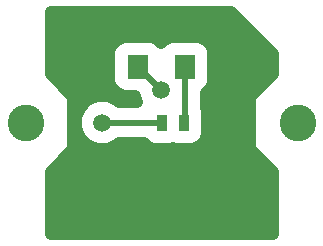
<source format=gbr>
G04 (created by PCBNEW (2013-may-18)-stable) date Вт 27 окт 2015 00:10:55*
%MOIN*%
G04 Gerber Fmt 3.4, Leading zero omitted, Abs format*
%FSLAX34Y34*%
G01*
G70*
G90*
G04 APERTURE LIST*
%ADD10C,0.00393701*%
%ADD11C,0.122047*%
%ADD12R,0.035X0.055*%
%ADD13R,0.0708661X0.0787402*%
%ADD14C,0.0590551*%
%ADD15C,0.019685*%
%ADD16C,0.0393701*%
G04 APERTURE END LIST*
G54D10*
G54D11*
X16060Y-10145D03*
X7005Y-10145D03*
G54D12*
X11534Y-10137D03*
X12284Y-10137D03*
G54D13*
X12303Y-8267D03*
X10728Y-8267D03*
G54D14*
X9547Y-10137D03*
X11515Y-9055D03*
G54D15*
X11534Y-10137D02*
X9547Y-10137D01*
X12303Y-8267D02*
X12303Y-10119D01*
X12303Y-10119D02*
X12284Y-10137D01*
X10728Y-8267D02*
X11515Y-9055D01*
G54D10*
G36*
X15243Y-13855D02*
X13248Y-13855D01*
X13248Y-8544D01*
X13248Y-7757D01*
X13158Y-7539D01*
X12992Y-7373D01*
X12775Y-7283D01*
X12540Y-7283D01*
X11831Y-7283D01*
X11614Y-7373D01*
X11515Y-7471D01*
X11417Y-7373D01*
X11200Y-7283D01*
X10965Y-7283D01*
X10257Y-7283D01*
X10039Y-7373D01*
X9873Y-7539D01*
X9783Y-7756D01*
X9783Y-7990D01*
X9783Y-8778D01*
X9873Y-8995D01*
X10039Y-9161D01*
X10256Y-9251D01*
X10490Y-9252D01*
X10638Y-9252D01*
X10719Y-9448D01*
X10111Y-9448D01*
X10049Y-9387D01*
X9724Y-9252D01*
X9371Y-9251D01*
X9046Y-9386D01*
X8796Y-9635D01*
X8661Y-9960D01*
X8661Y-10313D01*
X8795Y-10638D01*
X9044Y-10888D01*
X9370Y-11023D01*
X9722Y-11023D01*
X10048Y-10889D01*
X10110Y-10826D01*
X10938Y-10826D01*
X11024Y-10913D01*
X11241Y-11003D01*
X11476Y-11003D01*
X11826Y-11003D01*
X11909Y-10969D01*
X11991Y-11003D01*
X12226Y-11003D01*
X12576Y-11003D01*
X12793Y-10913D01*
X12959Y-10747D01*
X13049Y-10530D01*
X13050Y-10295D01*
X13050Y-9745D01*
X12992Y-9605D01*
X12992Y-9161D01*
X13157Y-8996D01*
X13247Y-8779D01*
X13248Y-8544D01*
X13248Y-13855D01*
X7822Y-13855D01*
X7822Y-11772D01*
X8579Y-11014D01*
X8579Y-9276D01*
X7822Y-8518D01*
X7822Y-6434D01*
X13834Y-6434D01*
X15243Y-7843D01*
X15243Y-8518D01*
X14485Y-9276D01*
X14485Y-11014D01*
X15243Y-11772D01*
X15243Y-13855D01*
X15243Y-13855D01*
G37*
G54D16*
X15243Y-13855D02*
X13248Y-13855D01*
X13248Y-8544D01*
X13248Y-7757D01*
X13158Y-7539D01*
X12992Y-7373D01*
X12775Y-7283D01*
X12540Y-7283D01*
X11831Y-7283D01*
X11614Y-7373D01*
X11515Y-7471D01*
X11417Y-7373D01*
X11200Y-7283D01*
X10965Y-7283D01*
X10257Y-7283D01*
X10039Y-7373D01*
X9873Y-7539D01*
X9783Y-7756D01*
X9783Y-7990D01*
X9783Y-8778D01*
X9873Y-8995D01*
X10039Y-9161D01*
X10256Y-9251D01*
X10490Y-9252D01*
X10638Y-9252D01*
X10719Y-9448D01*
X10111Y-9448D01*
X10049Y-9387D01*
X9724Y-9252D01*
X9371Y-9251D01*
X9046Y-9386D01*
X8796Y-9635D01*
X8661Y-9960D01*
X8661Y-10313D01*
X8795Y-10638D01*
X9044Y-10888D01*
X9370Y-11023D01*
X9722Y-11023D01*
X10048Y-10889D01*
X10110Y-10826D01*
X10938Y-10826D01*
X11024Y-10913D01*
X11241Y-11003D01*
X11476Y-11003D01*
X11826Y-11003D01*
X11909Y-10969D01*
X11991Y-11003D01*
X12226Y-11003D01*
X12576Y-11003D01*
X12793Y-10913D01*
X12959Y-10747D01*
X13049Y-10530D01*
X13050Y-10295D01*
X13050Y-9745D01*
X12992Y-9605D01*
X12992Y-9161D01*
X13157Y-8996D01*
X13247Y-8779D01*
X13248Y-8544D01*
X13248Y-13855D01*
X7822Y-13855D01*
X7822Y-11772D01*
X8579Y-11014D01*
X8579Y-9276D01*
X7822Y-8518D01*
X7822Y-6434D01*
X13834Y-6434D01*
X15243Y-7843D01*
X15243Y-8518D01*
X14485Y-9276D01*
X14485Y-11014D01*
X15243Y-11772D01*
X15243Y-13855D01*
M02*

</source>
